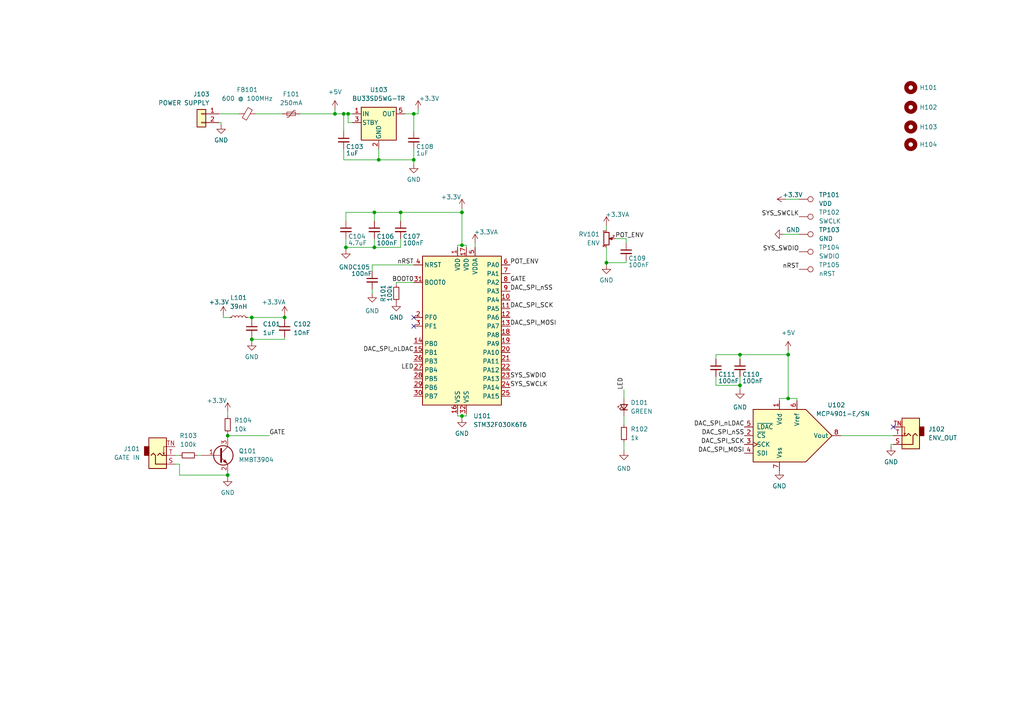
<source format=kicad_sch>
(kicad_sch (version 20211123) (generator eeschema)
  (paper "A4")
  (lib_symbols
    (symbol "Analog_DAC:MCP4901" (pin_names (offset 1.016))
      (property "Reference" "U" (at 6.35 10.795 0))
      (property "Value" "MCP4901" (at 6.35 8.89 0))
      (symbol "MCP4901_0_0"
        (polyline (pts (xy 15.24 0) (xy 7.62 7.62) (xy -7.62 7.62) (xy -7.62 -7.62) (xy 7.62 -7.62) (xy 15.24 0)) (stroke (width 0.254)) (fill (type background)))
      )
      (symbol "MCP4901_1_1"
        (pin power_in line (at 0 10.16 270) (length 2.54) (name "Vdd") (number "1"))
        (pin input line (at -10.16 0 0) (length 2.54) (name "~{CS}") (number "2"))
        (pin input clock (at -10.16 -2.54 0) (length 2.54) (name "SCK") (number "3"))
        (pin input line (at -10.16 -5.08 0) (length 2.54) (name "SDI") (number "4"))
        (pin input line (at -10.16 2.54 0) (length 2.54) (name "~{LDAC}") (number "5"))
        (pin power_in line (at 5.08 10.16 270) (length 2.54) (name "Vref") (number "6"))
        (pin power_in line (at 0 -10.16 90) (length 2.54) (name "Vss") (number "7"))
        (pin output line (at 17.78 0 180) (length 2.54) (name "Vout") (number "8"))
      )
    )
    (symbol "Connector:AudioJack2_SwitchT"
      (property "Reference" "J" (at 0 8.89 0))
      (property "Value" "AudioJack2_SwitchT" (at 0 6.35 0))
      (symbol "AudioJack2_SwitchT_0_1"
        (rectangle (start -2.54 0) (end -3.81 -2.54) (stroke (width 0.254)) (fill (type outline)))
        (polyline (pts (xy 1.778 -0.254) (xy 2.032 -0.762)))
        (polyline (pts (xy 0 0) (xy 0.635 -0.635) (xy 1.27 0) (xy 2.54 0)) (stroke (width 0.254)))
        (polyline (pts (xy 2.54 -2.54) (xy 1.778 -2.54) (xy 1.778 -0.254) (xy 1.524 -0.762)))
        (polyline (pts (xy 2.54 2.54) (xy -0.635 2.54) (xy -0.635 0) (xy -1.27 -0.635) (xy -1.905 0)) (stroke (width 0.254)))
        (rectangle (start 2.54 3.81) (end -2.54 -5.08) (stroke (width 0.254)) (fill (type background)))
      )
      (symbol "AudioJack2_SwitchT_1_1"
        (pin passive line (at 5.08 2.54 180) (length 2.54) (name "~") (number "S"))
        (pin passive line (at 5.08 0 180) (length 2.54) (name "~") (number "T"))
        (pin passive line (at 5.08 -2.54 180) (length 2.54) (name "~") (number "TN"))
      )
    )
    (symbol "Connector:TestPoint" (pin_numbers hide) (pin_names (offset 0.762) hide)
      (property "Reference" "TP" (at 0 6.858 0))
      (property "Value" "TestPoint" (at 0 5.08 0))
      (symbol "TestPoint_0_1"
        (circle (center 0 3.302) (radius 0.762))
      )
      (symbol "TestPoint_1_1"
        (pin passive line (at 0 0 90) (length 2.54) (name "1") (number "1"))
      )
    )
    (symbol "Connector_Generic:Conn_01x02" (pin_names (offset 1.016) hide)
      (property "Reference" "J" (at 0 2.54 0))
      (property "Value" "Conn_01x02" (at 0 -5.08 0))
      (symbol "Conn_01x02_1_1"
        (rectangle (start -1.27 -2.413) (end 0 -2.667) (stroke (width 0.1524)))
        (rectangle (start -1.27 0.127) (end 0 -0.127) (stroke (width 0.1524)))
        (rectangle (start -1.27 1.27) (end 1.27 -3.81) (stroke (width 0.254)) (fill (type background)))
        (pin passive line (at -5.08 0 0) (length 3.81) (name "Pin_1") (number "1"))
        (pin passive line (at -5.08 -2.54 0) (length 3.81) (name "Pin_2") (number "2"))
      )
    )
    (symbol "Device:C_Small" (pin_numbers hide) (pin_names (offset 0.254) hide)
      (property "Reference" "C" (at 0.254 1.778 0))
      (property "Value" "C_Small" (at 0.254 -2.032 0))
      (symbol "C_Small_0_1"
        (polyline (pts (xy -1.524 -0.508) (xy 1.524 -0.508)) (stroke (width 0.3302)))
        (polyline (pts (xy -1.524 0.508) (xy 1.524 0.508)) (stroke (width 0.3048)))
      )
      (symbol "C_Small_1_1"
        (pin passive line (at 0 2.54 270) (length 2.032) (name "~") (number "1"))
        (pin passive line (at 0 -2.54 90) (length 2.032) (name "~") (number "2"))
      )
    )
    (symbol "Device:FerriteBead_Small" (pin_numbers hide) (pin_names (offset 0))
      (property "Reference" "FB" (at 1.905 1.27 0))
      (property "Value" "FerriteBead_Small" (at 1.905 -1.27 0))
      (symbol "FerriteBead_Small_0_1"
        (polyline (pts (xy 0 -1.27) (xy 0 -0.7874)))
        (polyline (pts (xy 0 0.889) (xy 0 1.2954)))
        (polyline (pts (xy -1.8288 0.2794) (xy -1.1176 1.4986) (xy 1.8288 -0.2032) (xy 1.1176 -1.4224) (xy -1.8288 0.2794)))
      )
      (symbol "FerriteBead_Small_1_1"
        (pin passive line (at 0 2.54 270) (length 1.27) (name "~") (number "1"))
        (pin passive line (at 0 -2.54 90) (length 1.27) (name "~") (number "2"))
      )
    )
    (symbol "Device:LED_Small" (pin_numbers hide) (pin_names (offset 0.254) hide)
      (property "Reference" "D" (at -1.27 3.175 0))
      (property "Value" "LED_Small" (at -4.445 -2.54 0))
      (symbol "LED_Small_0_1"
        (polyline (pts (xy -0.762 -1.016) (xy -0.762 1.016)) (stroke (width 0.254)))
        (polyline (pts (xy 1.016 0) (xy -0.762 0)))
        (polyline (pts (xy 0.762 -1.016) (xy -0.762 0) (xy 0.762 1.016) (xy 0.762 -1.016)) (stroke (width 0.254)))
        (polyline (pts (xy 0 0.762) (xy -0.508 1.27) (xy -0.254 1.27) (xy -0.508 1.27) (xy -0.508 1.016)))
        (polyline (pts (xy 0.508 1.27) (xy 0 1.778) (xy 0.254 1.778) (xy 0 1.778) (xy 0 1.524)))
      )
      (symbol "LED_Small_1_1"
        (pin passive line (at -2.54 0 0) (length 1.778) (name "K") (number "1"))
        (pin passive line (at 2.54 0 180) (length 1.778) (name "A") (number "2"))
      )
    )
    (symbol "Device:L_Small" (pin_numbers hide) (pin_names (offset 0.254) hide)
      (property "Reference" "L" (at 0.762 1.016 0))
      (property "Value" "L_Small" (at 0.762 -1.016 0))
      (symbol "L_Small_0_1"
        (arc (start 0 -2.032) (mid 0.508 -1.524) (end 0 -1.016))
        (arc (start 0 -1.016) (mid 0.508 -0.508) (end 0 0))
        (arc (start 0 0) (mid 0.508 0.508) (end 0 1.016))
        (arc (start 0 1.016) (mid 0.508 1.524) (end 0 2.032))
      )
      (symbol "L_Small_1_1"
        (pin passive line (at 0 2.54 270) (length 0.508) (name "~") (number "1"))
        (pin passive line (at 0 -2.54 90) (length 0.508) (name "~") (number "2"))
      )
    )
    (symbol "Device:Polyfuse_Small" (pin_numbers hide) (pin_names (offset 0))
      (property "Reference" "F" (at -1.905 0 90))
      (property "Value" "Polyfuse_Small" (at 1.905 0 90))
      (symbol "Polyfuse_Small_0_1"
        (rectangle (start -0.508 1.27) (end 0.508 -1.27))
        (polyline (pts (xy 0 2.54) (xy 0 -2.54)))
        (polyline (pts (xy -1.016 1.27) (xy -1.016 0.762) (xy 1.016 -0.762) (xy 1.016 -1.27)))
      )
      (symbol "Polyfuse_Small_1_1"
        (pin passive line (at 0 2.54 270) (length 0.635) (name "~") (number "1"))
        (pin passive line (at 0 -2.54 90) (length 0.635) (name "~") (number "2"))
      )
    )
    (symbol "Device:R_Potentiometer_Small" (pin_names (offset 1.016) hide)
      (property "Reference" "RV" (at -4.445 0 90))
      (property "Value" "R_Potentiometer_Small" (at -2.54 0 90))
      (symbol "R_Potentiometer_Small_0_1"
        (polyline (pts (xy 0.889 0) (xy 0.635 0) (xy 1.651 0.381) (xy 1.651 -0.381) (xy 0.635 0) (xy 0.889 0)) (fill (type outline)))
        (rectangle (start 0.762 1.8034) (end -0.762 -1.8034) (stroke (width 0.254)))
      )
      (symbol "R_Potentiometer_Small_1_1"
        (pin passive line (at 0 2.54 270) (length 0.635) (name "1") (number "1"))
        (pin passive line (at 2.54 0 180) (length 0.9906) (name "2") (number "2"))
        (pin passive line (at 0 -2.54 90) (length 0.635) (name "3") (number "3"))
      )
    )
    (symbol "Device:R_Small" (pin_numbers hide) (pin_names (offset 0.254) hide)
      (property "Reference" "R" (at 0.762 0.508 0))
      (property "Value" "R_Small" (at 0.762 -1.016 0))
      (symbol "R_Small_0_1"
        (rectangle (start -0.762 1.778) (end 0.762 -1.778) (stroke (width 0.2032)))
      )
      (symbol "R_Small_1_1"
        (pin passive line (at 0 2.54 270) (length 0.762) (name "~") (number "1"))
        (pin passive line (at 0 -2.54 90) (length 0.762) (name "~") (number "2"))
      )
    )
    (symbol "MCU_ST_STM32F0:STM32F030K6Tx"
      (property "Reference" "U" (at -12.7 21.59 0))
      (property "Value" "STM32F030K6Tx" (at 5.08 21.59 0))
      (symbol "STM32F030K6Tx_0_1"
        (rectangle (start -12.7 -22.86) (end 10.16 20.32) (stroke (width 0.254)) (fill (type background)))
      )
      (symbol "STM32F030K6Tx_1_1"
        (pin power_in line (at -2.54 22.86 270) (length 2.54) (name "VDD") (number "1"))
        (pin bidirectional line (at 12.7 7.62 180) (length 2.54) (name "PA4") (number "10"))
        (pin bidirectional line (at 12.7 5.08 180) (length 2.54) (name "PA5") (number "11"))
        (pin bidirectional line (at 12.7 2.54 180) (length 2.54) (name "PA6") (number "12"))
        (pin bidirectional line (at 12.7 0 180) (length 2.54) (name "PA7") (number "13"))
        (pin bidirectional line (at -15.24 -5.08 0) (length 2.54) (name "PB0") (number "14"))
        (pin bidirectional line (at -15.24 -7.62 0) (length 2.54) (name "PB1") (number "15"))
        (pin power_in line (at -2.54 -25.4 90) (length 2.54) (name "VSS") (number "16"))
        (pin power_in line (at 0 22.86 270) (length 2.54) (name "VDD") (number "17"))
        (pin bidirectional line (at 12.7 -2.54 180) (length 2.54) (name "PA8") (number "18"))
        (pin bidirectional line (at 12.7 -5.08 180) (length 2.54) (name "PA9") (number "19"))
        (pin input line (at -15.24 2.54 0) (length 2.54) (name "PF0") (number "2"))
        (pin bidirectional line (at 12.7 -7.62 180) (length 2.54) (name "PA10") (number "20"))
        (pin bidirectional line (at 12.7 -10.16 180) (length 2.54) (name "PA11") (number "21"))
        (pin bidirectional line (at 12.7 -12.7 180) (length 2.54) (name "PA12") (number "22"))
        (pin bidirectional line (at 12.7 -15.24 180) (length 2.54) (name "PA13") (number "23"))
        (pin bidirectional line (at 12.7 -17.78 180) (length 2.54) (name "PA14") (number "24"))
        (pin bidirectional line (at 12.7 -20.32 180) (length 2.54) (name "PA15") (number "25"))
        (pin bidirectional line (at -15.24 -10.16 0) (length 2.54) (name "PB3") (number "26"))
        (pin bidirectional line (at -15.24 -12.7 0) (length 2.54) (name "PB4") (number "27"))
        (pin bidirectional line (at -15.24 -15.24 0) (length 2.54) (name "PB5") (number "28"))
        (pin bidirectional line (at -15.24 -17.78 0) (length 2.54) (name "PB6") (number "29"))
        (pin input line (at -15.24 0 0) (length 2.54) (name "PF1") (number "3"))
        (pin bidirectional line (at -15.24 -20.32 0) (length 2.54) (name "PB7") (number "30"))
        (pin input line (at -15.24 12.7 0) (length 2.54) (name "BOOT0") (number "31"))
        (pin power_in line (at 0 -25.4 90) (length 2.54) (name "VSS") (number "32"))
        (pin input line (at -15.24 17.78 0) (length 2.54) (name "NRST") (number "4"))
        (pin power_in line (at 2.54 22.86 270) (length 2.54) (name "VDDA") (number "5"))
        (pin bidirectional line (at 12.7 17.78 180) (length 2.54) (name "PA0") (number "6"))
        (pin bidirectional line (at 12.7 15.24 180) (length 2.54) (name "PA1") (number "7"))
        (pin bidirectional line (at 12.7 12.7 180) (length 2.54) (name "PA2") (number "8"))
        (pin bidirectional line (at 12.7 10.16 180) (length 2.54) (name "PA3") (number "9"))
      )
    )
    (symbol "Mechanical:MountingHole" (pin_names (offset 1.016))
      (property "Reference" "H" (at 0 5.08 0))
      (property "Value" "MountingHole" (at 0 3.175 0))
      (symbol "MountingHole_0_1"
        (circle (center 0 0) (radius 1.27) (stroke (width 1.27)))
      )
    )
    (symbol "Transistor_BJT:MMBT3904" (pin_names (offset 0) hide)
      (property "Reference" "Q" (at 5.08 1.905 0))
      (property "Value" "MMBT3904" (at 5.08 0 0))
      (symbol "MMBT3904_0_1"
        (polyline (pts (xy 0.635 0.635) (xy 2.54 2.54)))
        (polyline (pts (xy 0.635 -0.635) (xy 2.54 -2.54) (xy 2.54 -2.54)))
        (polyline (pts (xy 0.635 1.905) (xy 0.635 -1.905) (xy 0.635 -1.905)) (stroke (width 0.508)))
        (polyline (pts (xy 1.27 -1.778) (xy 1.778 -1.27) (xy 2.286 -2.286) (xy 1.27 -1.778) (xy 1.27 -1.778)) (fill (type outline)))
        (circle (center 1.27 0) (radius 2.8194) (stroke (width 0.254)))
      )
      (symbol "MMBT3904_1_1"
        (pin input line (at -5.08 0 0) (length 5.715) (name "B") (number "1"))
        (pin passive line (at 2.54 -5.08 90) (length 2.54) (name "E") (number "2"))
        (pin passive line (at 2.54 5.08 270) (length 2.54) (name "C") (number "3"))
      )
    )
    (symbol "WITNS_ROHM:BU33SD5WG-TR" (pin_names (offset 0.254))
      (property "Reference" "U?" (at 0 10.16 0))
      (property "Value" "BU33SD5WG-TR" (at 0 7.62 0))
      (symbol "BU33SD5WG-TR_0_1"
        (rectangle (start -5.08 4.445) (end 5.08 -5.08) (stroke (width 0.254)) (fill (type background)))
      )
      (symbol "BU33SD5WG-TR_1_1"
        (pin power_in line (at -7.62 2.54 0) (length 2.54) (name "IN") (number "1"))
        (pin power_in line (at 0 -7.62 90) (length 2.54) (name "GND") (number "2"))
        (pin input line (at -7.62 0 0) (length 2.54) (name "STBY") (number "3"))
        (pin no_connect line (at 5.08 0 180) (length 2.54) hide (name "NC") (number "4"))
        (pin power_out line (at 7.62 2.54 180) (length 2.54) (name "OUT") (number "5"))
      )
    )
    (symbol "power:+3.3V" (power) (pin_names (offset 0))
      (property "Value" "+3.3V" (at 0 3.556 0))
      (symbol "+3.3V_0_1"
        (polyline (pts (xy -0.762 1.27) (xy 0 2.54)))
        (polyline (pts (xy 0 0) (xy 0 2.54)))
        (polyline (pts (xy 0 2.54) (xy 0.762 1.27)))
      )
      (symbol "+3.3V_1_1"
        (pin power_in line (at 0 0 90) (length 0) hide (name "+3.3V") (number "1"))
      )
    )
    (symbol "power:+3.3VA" (power) (pin_names (offset 0))
      (property "Value" "+3.3VA" (at 0 3.556 0))
      (symbol "+3.3VA_0_1"
        (polyline (pts (xy -0.762 1.27) (xy 0 2.54)))
        (polyline (pts (xy 0 0) (xy 0 2.54)))
        (polyline (pts (xy 0 2.54) (xy 0.762 1.27)))
      )
      (symbol "+3.3VA_1_1"
        (pin power_in line (at 0 0 90) (length 0) hide (name "+3.3VA") (number "1"))
      )
    )
    (symbol "power:+5V" (power) (pin_names (offset 0))
      (property "Value" "+5V" (at 0 3.556 0))
      (symbol "+5V_0_1"
        (polyline (pts (xy -0.762 1.27) (xy 0 2.54)))
        (polyline (pts (xy 0 0) (xy 0 2.54)))
        (polyline (pts (xy 0 2.54) (xy 0.762 1.27)))
      )
      (symbol "+5V_1_1"
        (pin power_in line (at 0 0 90) (length 0) hide (name "+5V") (number "1"))
      )
    )
    (symbol "power:GND" (power) (pin_names (offset 0))
      (property "Value" "GND" (at 0 -3.81 0))
      (symbol "GND_0_1"
        (polyline (pts (xy 0 0) (xy 0 -1.27) (xy 1.27 -1.27) (xy 0 -2.54) (xy -1.27 -1.27) (xy 0 -1.27)))
      )
      (symbol "GND_1_1"
        (pin power_in line (at 0 0 270) (length 0) hide (name "GND") (number "1"))
      )
    )
  )
  (junction (at 73.025 92.075))
  (junction (at 133.985 61.595))
  (junction (at 108.585 61.595))
  (junction (at 133.985 120.65))
  (junction (at 99.695 33.02))
  (junction (at 120.015 46.355))
  (junction (at 214.63 111.76))
  (junction (at 97.155 33.02))
  (junction (at 116.205 61.595))
  (junction (at 100.965 33.02))
  (junction (at 108.585 71.755))
  (junction (at 120.015 33.02))
  (junction (at 175.895 76.2))
  (junction (at 66.04 126.365))
  (junction (at 228.6 102.87))
  (junction (at 73.025 98.425))
  (junction (at 109.855 46.355))
  (junction (at 214.63 102.87))
  (junction (at 66.04 137.795))
  (junction (at 228.6 115.57))
  (junction (at 100.33 71.755))
  (junction (at 133.985 71.12))
  (junction (at 82.55 92.075))
  (no_connect (at 259.08 123.825))
  (no_connect (at 120.015 94.615))
  (no_connect (at 120.015 92.075))
  (wire (pts (xy 181.61 69.215) (xy 181.61 70.485)))
  (wire (pts (xy 73.025 92.075) (xy 82.55 92.075)))
  (wire (pts (xy 107.95 76.835) (xy 120.015 76.835)))
  (wire (pts (xy 108.585 61.595) (xy 116.205 61.595)))
  (wire (pts (xy 99.695 46.355) (xy 109.855 46.355)))
  (wire (pts (xy 120.015 33.02) (xy 120.015 38.1)))
  (wire (pts (xy 71.755 92.075) (xy 73.025 92.075)))
  (wire (pts (xy 135.255 71.12) (xy 135.255 71.755)))
  (wire (pts (xy 120.015 43.18) (xy 120.015 46.355)))
  (wire (pts (xy 180.975 113.03) (xy 180.975 115.57)))
  (wire (pts (xy 178.435 69.215) (xy 181.61 69.215)))
  (wire (pts (xy 228.6 102.87) (xy 228.6 101.6)))
  (wire (pts (xy 100.33 69.215) (xy 100.33 71.755)))
  (wire (pts (xy 180.975 128.27) (xy 180.975 130.81)))
  (wire (pts (xy 114.935 81.915) (xy 114.935 82.55)))
  (wire (pts (xy 66.04 126.365) (xy 66.04 127)))
  (wire (pts (xy 66.04 137.795) (xy 52.07 137.795)))
  (wire (pts (xy 116.205 71.755) (xy 116.205 69.215)))
  (wire (pts (xy 228.6 102.87) (xy 228.6 115.57)))
  (wire (pts (xy 82.55 98.425) (xy 82.55 97.79)))
  (wire (pts (xy 99.695 43.18) (xy 99.695 46.355)))
  (wire (pts (xy 133.985 120.65) (xy 133.985 121.285)))
  (wire (pts (xy 52.07 137.795) (xy 52.07 134.62)))
  (wire (pts (xy 214.63 109.22) (xy 214.63 111.76)))
  (wire (pts (xy 50.8 132.08) (xy 52.07 132.08)))
  (wire (pts (xy 100.965 35.56) (xy 100.965 33.02)))
  (wire (pts (xy 66.04 126.365) (xy 78.105 126.365)))
  (wire (pts (xy 73.025 98.425) (xy 73.025 99.06)))
  (wire (pts (xy 107.95 83.82) (xy 107.95 85.09)))
  (wire (pts (xy 133.985 60.325) (xy 133.985 61.595)))
  (wire (pts (xy 227.33 67.945) (xy 231.775 67.945)))
  (wire (pts (xy 108.585 69.215) (xy 108.585 71.755)))
  (wire (pts (xy 100.33 71.755) (xy 100.33 72.39)))
  (wire (pts (xy 133.985 71.12) (xy 135.255 71.12)))
  (wire (pts (xy 116.205 61.595) (xy 133.985 61.595)))
  (wire (pts (xy 180.975 120.65) (xy 180.975 123.19)))
  (wire (pts (xy 74.295 33.02) (xy 81.915 33.02)))
  (wire (pts (xy 137.795 70.485) (xy 137.795 71.755)))
  (wire (pts (xy 226.06 116.205) (xy 226.06 115.57)))
  (wire (pts (xy 97.155 31.75) (xy 97.155 33.02)))
  (wire (pts (xy 214.63 102.87) (xy 228.6 102.87)))
  (wire (pts (xy 52.07 134.62) (xy 50.8 134.62)))
  (wire (pts (xy 133.985 120.65) (xy 135.255 120.65)))
  (wire (pts (xy 228.6 115.57) (xy 231.14 115.57)))
  (wire (pts (xy 214.63 104.14) (xy 214.63 102.87)))
  (wire (pts (xy 117.475 33.02) (xy 120.015 33.02)))
  (wire (pts (xy 63.5 33.02) (xy 69.215 33.02)))
  (wire (pts (xy 175.895 71.755) (xy 175.895 76.2)))
  (wire (pts (xy 133.985 61.595) (xy 133.985 71.12)))
  (wire (pts (xy 100.965 33.02) (xy 102.235 33.02)))
  (wire (pts (xy 64.77 92.075) (xy 66.675 92.075)))
  (wire (pts (xy 66.04 119.38) (xy 66.04 120.65)))
  (wire (pts (xy 132.715 120.65) (xy 133.985 120.65)))
  (wire (pts (xy 231.14 115.57) (xy 231.14 116.205)))
  (wire (pts (xy 226.06 115.57) (xy 228.6 115.57)))
  (wire (pts (xy 64.135 36.195) (xy 64.135 35.56)))
  (wire (pts (xy 109.855 43.18) (xy 109.855 46.355)))
  (wire (pts (xy 243.84 126.365) (xy 259.08 126.365)))
  (wire (pts (xy 175.895 65.405) (xy 175.895 66.675)))
  (wire (pts (xy 99.695 33.02) (xy 100.965 33.02)))
  (wire (pts (xy 214.63 111.76) (xy 214.63 113.03)))
  (wire (pts (xy 109.855 46.355) (xy 120.015 46.355)))
  (wire (pts (xy 100.33 61.595) (xy 108.585 61.595)))
  (wire (pts (xy 82.55 91.44) (xy 82.55 92.075)))
  (wire (pts (xy 82.55 92.075) (xy 82.55 92.71)))
  (wire (pts (xy 64.77 91.44) (xy 64.77 92.075)))
  (wire (pts (xy 100.33 71.755) (xy 108.585 71.755)))
  (wire (pts (xy 102.235 35.56) (xy 100.965 35.56)))
  (wire (pts (xy 258.445 129.54) (xy 258.445 128.905)))
  (wire (pts (xy 207.645 111.76) (xy 207.645 109.22)))
  (wire (pts (xy 181.61 75.565) (xy 181.61 76.2)))
  (wire (pts (xy 86.995 33.02) (xy 97.155 33.02)))
  (wire (pts (xy 207.645 104.14) (xy 207.645 102.87)))
  (wire (pts (xy 121.285 33.02) (xy 121.285 31.75)))
  (wire (pts (xy 132.715 71.12) (xy 133.985 71.12)))
  (wire (pts (xy 227.965 57.785) (xy 231.775 57.785)))
  (wire (pts (xy 107.95 76.835) (xy 107.95 78.74)))
  (wire (pts (xy 73.025 98.425) (xy 82.55 98.425)))
  (wire (pts (xy 108.585 71.755) (xy 116.205 71.755)))
  (wire (pts (xy 175.895 76.2) (xy 175.895 76.835)))
  (wire (pts (xy 120.015 81.915) (xy 114.935 81.915)))
  (wire (pts (xy 97.155 33.02) (xy 99.695 33.02)))
  (wire (pts (xy 207.645 102.87) (xy 214.63 102.87)))
  (wire (pts (xy 66.04 125.73) (xy 66.04 126.365)))
  (wire (pts (xy 66.04 137.795) (xy 66.04 138.43)))
  (wire (pts (xy 116.205 61.595) (xy 116.205 64.135)))
  (wire (pts (xy 120.015 46.355) (xy 120.015 47.625)))
  (wire (pts (xy 108.585 61.595) (xy 108.585 64.135)))
  (wire (pts (xy 100.33 64.135) (xy 100.33 61.595)))
  (wire (pts (xy 214.63 111.76) (xy 207.645 111.76)))
  (wire (pts (xy 73.025 92.075) (xy 73.025 92.71)))
  (wire (pts (xy 135.255 120.65) (xy 135.255 120.015)))
  (wire (pts (xy 132.715 71.755) (xy 132.715 71.12)))
  (wire (pts (xy 66.04 137.16) (xy 66.04 137.795)))
  (wire (pts (xy 175.895 76.2) (xy 181.61 76.2)))
  (wire (pts (xy 73.025 97.79) (xy 73.025 98.425)))
  (wire (pts (xy 132.715 120.015) (xy 132.715 120.65)))
  (wire (pts (xy 120.015 33.02) (xy 121.285 33.02)))
  (wire (pts (xy 258.445 128.905) (xy 259.08 128.905)))
  (wire (pts (xy 57.15 132.08) (xy 58.42 132.08)))
  (wire (pts (xy 64.135 35.56) (xy 63.5 35.56)))
  (wire (pts (xy 99.695 33.02) (xy 99.695 38.1)))
  (label "DAC_SPI_MOSI" (at 215.9 131.445 180))
  (label "SYS_SWCLK" (at 147.955 112.395 0))
  (label "GATE" (at 147.955 81.915 0))
  (label "DAC_SPI_nSS" (at 147.955 84.455 0))
  (label "POT_ENV" (at 178.435 69.215 0))
  (label "DAC_SPI_nLDAC" (at 120.015 102.235 180))
  (label "GATE" (at 78.105 126.365 0))
  (label "SYS_SWDIO" (at 231.775 73.025 180))
  (label "nRST" (at 120.015 76.835 180))
  (label "DAC_SPI_nLDAC" (at 215.9 123.825 180))
  (label "POT_ENV" (at 147.955 76.835 0))
  (label "SYS_SWDIO" (at 147.955 109.855 0))
  (label "DAC_SPI_nSS" (at 215.9 126.365 180))
  (label "DAC_SPI_MOSI" (at 147.955 94.615 0))
  (label "DAC_SPI_SCK" (at 147.955 89.535 0))
  (label "DAC_SPI_SCK" (at 215.9 128.905 180))
  (label "BOOT0" (at 120.015 81.915 180))
  (label "LED" (at 120.015 107.315 180))
  (label "nRST" (at 231.775 78.105 180))
  (label "LED" (at 180.975 113.03 90))
  (label "SYS_SWCLK" (at 231.775 62.865 180))
  (symbol (lib_id "Device:C_Small") (at 108.585 66.675 0) (mirror y) (unit 1)
    (property "Reference" "C106" (at 109.22 68.58 0) (effects (justify right)))
    (property "Value" "100nF" (at 109.22 70.485 0) (effects (justify right)))
    (property "Footprint" "Capacitor_SMD:C_0603_1608Metric" (effects hide))
  )
  (symbol (lib_id "Device:C_Small") (at 116.205 66.675 0) (mirror y) (unit 1)
    (property "Reference" "C107" (at 116.84 68.58 0) (effects (justify right)))
    (property "Value" "100nF" (at 116.84 70.485 0) (effects (justify right)))
    (property "Footprint" "Capacitor_SMD:C_0603_1608Metric" (effects hide))
  )
  (symbol (lib_id "power:GND") (at 114.935 87.63 0) (unit 1)
    (property "Reference" "#PWR0111" (effects hide))
    (property "Value" "GND" (at 114.935 92.075 0))
  )
  (symbol (lib_id "WITNS_ROHM:BU33SD5WG-TR") (at 109.855 35.56 0) (unit 1)
    (property "Reference" "U103" (at 109.855 26.035 0))
    (property "Value" "BU33SD5WG-TR" (at 109.855 28.575 0))
    (property "Footprint" "Package_TO_SOT_SMD:SOT-23-5" (effects hide))
    (property "Datasheet" "https://fscdn.rohm.com/en/products/databook/datasheet/ic/power/linear_regulator/buxxsd5wg-e.pdf" (effects hide))
  )
  (symbol (lib_id "Device:C_Small") (at 120.015 40.64 0) (unit 1)
    (property "Reference" "C108" (at 120.65 42.545 0) (effects (justify left)))
    (property "Value" "1uF" (at 120.65 44.45 0) (effects (justify left)))
    (property "Footprint" "Capacitor_SMD:C_0603_1608Metric" (effects hide))
  )
  (symbol (lib_id "power:GND") (at 175.895 76.835 0) (unit 1)
    (property "Reference" "#PWR0109" (effects hide))
    (property "Value" "GND" (at 175.895 81.28 0))
  )
  (symbol (lib_id "Mechanical:MountingHole") (at 264.16 41.91 0) (unit 1)
    (property "Reference" "H104" (at 266.7 41.9099 0) (effects (justify left)))
    (property "Value" "MountingHole" (effects hide))
    (property "Footprint" "MountingHole:MountingHole_3.2mm_M3" (effects hide))
  )
  (symbol (lib_id "power:GND") (at 64.135 36.195 0) (unit 1)
    (property "Reference" "#PWR0105" (effects hide))
    (property "Value" "GND" (at 64.135 40.64 0))
  )
  (symbol (lib_id "power:+5V") (at 228.6 101.6 0) (unit 1)
    (property "Reference" "#PWR0116" (effects hide))
    (property "Value" "+5V" (at 228.6 96.52 0))
  )
  (symbol (lib_id "power:+3.3V") (at 227.965 57.785 90) (unit 1)
    (property "Reference" "#PWR0119" (effects hide))
    (property "Value" "+3.3V" (at 229.87 56.515 90))
  )
  (symbol (lib_id "power:GND") (at 180.975 130.81 0) (unit 1)
    (property "Reference" "#PWR0121" (effects hide))
    (property "Value" "GND" (at 180.975 135.89 0))
  )
  (symbol (lib_id "Mechanical:MountingHole") (at 264.16 25.4 0) (unit 1)
    (property "Reference" "H101" (at 266.7 25.3999 0) (effects (justify left)))
    (property "Value" "MountingHole" (effects hide))
    (property "Footprint" "MountingHole:MountingHole_3.2mm_M3" (effects hide))
  )
  (symbol (lib_id "MCU_ST_STM32F0:STM32F030K6Tx") (at 135.255 94.615 0) (unit 1)
    (property "Reference" "U101" (at 137.2744 120.65 0) (effects (justify left)))
    (property "Value" "STM32F030K6T6" (at 137.2744 123.19 0) (effects (justify left)))
    (property "Footprint" "Package_QFP:LQFP-32_7x7mm_P0.8mm" (effects hide))
    (property "Datasheet" "http://www.st.com/st-web-ui/static/active/en/resource/technical/document/datasheet/DM00088500.pdf" (effects hide))
  )
  (symbol (lib_id "Device:R_Potentiometer_Small") (at 175.895 69.215 0) (unit 1)
    (property "Reference" "RV101" (at 173.99 67.9449 0) (effects (justify right)))
    (property "Value" "ENV" (at 173.99 70.4849 0) (effects (justify right)))
    (property "Footprint" "Potentiometer_THT:Potentiometer_Alpha_RD901F-40-00D_Single_Vertical" (effects hide))
  )
  (symbol (lib_id "power:+3.3VA") (at 82.55 91.44 0) (unit 1)
    (property "Reference" "#PWR0115" (effects hide))
    (property "Value" "+3.3VA" (at 79.375 87.63 0))
  )
  (symbol (lib_id "Transistor_BJT:MMBT3904") (at 63.5 132.08 0) (unit 1)
    (property "Reference" "Q101" (at 69.215 130.8099 0) (effects (justify left)))
    (property "Value" "MMBT3904" (at 69.215 133.3499 0) (effects (justify left)))
    (property "Footprint" "Package_TO_SOT_SMD:SOT-23" (effects hide))
    (property "Datasheet" "https://www.onsemi.com/pub/Collateral/2N3903-D.PDF" (effects hide))
  )
  (symbol (lib_id "Analog_DAC:MCP4901") (at 226.06 126.365 0) (unit 1)
    (property "Reference" "U102" (at 242.57 117.475 0))
    (property "Value" "MCP4901-E/SN" (at 244.475 120.015 0))
    (property "Footprint" "Package_SO:SOIC-8_3.9x4.9mm_P1.27mm" (effects hide))
    (property "Datasheet" "http://ww1.microchip.com/downloads/en/DeviceDoc/22248a.pdf" (effects hide))
  )
  (symbol (lib_id "Device:C_Small") (at 207.645 106.68 0) (mirror y) (unit 1)
    (property "Reference" "C111" (at 208.28 108.585 0) (effects (justify right)))
    (property "Value" "100nF" (at 208.28 110.49 0) (effects (justify right)))
    (property "Footprint" "Capacitor_SMD:C_0603_1608Metric" (effects hide))
  )
  (symbol (lib_id "power:GND") (at 258.445 129.54 0) (unit 1)
    (property "Reference" "#PWR0117" (effects hide))
    (property "Value" "GND" (at 258.445 133.985 0))
  )
  (symbol (lib_id "Device:C_Small") (at 99.695 40.64 0) (unit 1)
    (property "Reference" "C103" (at 100.33 42.545 0) (effects (justify left)))
    (property "Value" "1uF" (at 100.33 44.45 0) (effects (justify left)))
    (property "Footprint" "Capacitor_SMD:C_0603_1608Metric" (effects hide))
  )
  (symbol (lib_id "Device:C_Small") (at 82.55 95.25 0) (mirror y) (unit 1)
    (property "Reference" "C102" (at 85.09 93.9862 0) (effects (justify right)))
    (property "Value" "10nF" (at 85.09 96.5262 0) (effects (justify right)))
    (property "Footprint" "Capacitor_SMD:C_0603_1608Metric" (effects hide))
  )
  (symbol (lib_id "Device:L_Small") (at 69.215 92.075 90) (unit 1)
    (property "Reference" "L101" (at 69.215 86.36 90))
    (property "Value" "39nH" (at 69.215 88.9 90))
    (property "Footprint" "Inductor_SMD:L_0603_1608Metric" (effects hide))
  )
  (symbol (lib_id "Device:C_Small") (at 214.63 106.68 0) (mirror y) (unit 1)
    (property "Reference" "C110" (at 215.265 108.585 0) (effects (justify right)))
    (property "Value" "100nF" (at 215.265 110.49 0) (effects (justify right)))
    (property "Footprint" "Capacitor_SMD:C_0603_1608Metric" (effects hide))
  )
  (symbol (lib_id "power:GND") (at 100.33 72.39 0) (unit 1)
    (property "Reference" "#PWR0120" (effects hide))
    (property "Value" "GND" (at 100.33 77.47 0))
  )
  (symbol (lib_id "Connector:TestPoint") (at 231.775 73.025 270) (mirror x) (unit 1)
    (property "Reference" "TP104" (at 237.49 71.7549 90) (effects (justify left)))
    (property "Value" "SWDIO" (at 237.49 74.2949 90) (effects (justify left)))
    (property "Footprint" "TestPoint:TestPoint_Pad_D1.5mm" (effects hide))
  )
  (symbol (lib_id "Device:R_Small") (at 114.935 85.09 0) (unit 1)
    (property "Reference" "R101" (at 111.125 85.09 90))
    (property "Value" "100k" (at 113.03 85.09 90))
    (property "Footprint" "Resistor_SMD:R_0603_1608Metric" (effects hide))
  )
  (symbol (lib_id "Device:Polyfuse_Small") (at 84.455 33.02 90) (unit 1)
    (property "Reference" "F101" (at 84.455 27.305 90))
    (property "Value" "250mA" (at 84.455 29.845 90))
    (property "Footprint" "Fuse:Fuse_1206_3216Metric" (effects hide))
    (property "Farnell" "2834880" (effects hide))
  )
  (symbol (lib_id "power:+3.3V") (at 121.285 31.75 0) (mirror y) (unit 1)
    (property "Reference" "#PWR0108" (effects hide))
    (property "Value" "+3.3V" (at 124.46 28.575 0))
  )
  (symbol (lib_id "Connector:TestPoint") (at 231.775 78.105 270) (mirror x) (unit 1)
    (property "Reference" "TP105" (at 237.49 76.8349 90) (effects (justify left)))
    (property "Value" "nRST" (at 237.49 79.3749 90) (effects (justify left)))
    (property "Footprint" "TestPoint:TestPoint_Pad_D1.5mm" (effects hide))
  )
  (symbol (lib_id "power:GND") (at 226.06 136.525 0) (unit 1)
    (property "Reference" "#PWR0104" (effects hide))
    (property "Value" "GND" (at 226.06 140.97 0))
  )
  (symbol (lib_id "power:+3.3V") (at 133.985 60.325 0) (unit 1)
    (property "Reference" "#PWR0102" (effects hide))
    (property "Value" "+3.3V" (at 130.81 57.15 0))
  )
  (symbol (lib_id "Connector:TestPoint") (at 231.775 62.865 270) (mirror x) (unit 1)
    (property "Reference" "TP102" (at 237.49 61.5949 90) (effects (justify left)))
    (property "Value" "SWCLK" (at 237.49 64.1349 90) (effects (justify left)))
    (property "Footprint" "TestPoint:TestPoint_Pad_D1.5mm" (effects hide))
  )
  (symbol (lib_id "power:GND") (at 214.63 113.03 0) (unit 1)
    (property "Reference" "#PWR0122" (effects hide))
    (property "Value" "GND" (at 214.63 118.11 0))
  )
  (symbol (lib_id "Device:R_Small") (at 54.61 132.08 90) (mirror x) (unit 1)
    (property "Reference" "R103" (at 54.61 126.365 90))
    (property "Value" "100k" (at 54.61 128.905 90))
    (property "Footprint" "Resistor_SMD:R_0603_1608Metric" (effects hide))
  )
  (symbol (lib_id "Connector:TestPoint") (at 231.775 67.945 270) (mirror x) (unit 1)
    (property "Reference" "TP103" (at 237.49 66.6749 90) (effects (justify left)))
    (property "Value" "GND" (at 237.49 69.2149 90) (effects (justify left)))
    (property "Footprint" "TestPoint:TestPoint_Pad_D1.5mm" (effects hide))
  )
  (symbol (lib_id "power:GND") (at 66.04 138.43 0) (unit 1)
    (property "Reference" "#PWR0124" (effects hide))
    (property "Value" "GND" (at 66.04 142.875 0))
  )
  (symbol (lib_id "power:GND") (at 120.015 47.625 0) (unit 1)
    (property "Reference" "#PWR0107" (effects hide))
    (property "Value" "GND" (at 120.015 52.07 0))
  )
  (symbol (lib_id "Mechanical:MountingHole") (at 264.16 36.83 0) (unit 1)
    (property "Reference" "H103" (at 266.7 36.8299 0) (effects (justify left)))
    (property "Value" "MountingHole" (effects hide))
    (property "Footprint" "MountingHole:MountingHole_3.2mm_M3" (effects hide))
  )
  (symbol (lib_id "power:+3.3V") (at 64.77 91.44 0) (mirror y) (unit 1)
    (property "Reference" "#PWR0114" (effects hide))
    (property "Value" "+3.3V" (at 63.5 87.63 0))
  )
  (symbol (lib_id "power:+3.3V") (at 66.04 119.38 0) (unit 1)
    (property "Reference" "#PWR0123" (effects hide))
    (property "Value" "+3.3V" (at 62.865 116.205 0))
  )
  (symbol (lib_id "Device:C_Small") (at 181.61 73.025 0) (mirror y) (unit 1)
    (property "Reference" "C109" (at 182.245 74.93 0) (effects (justify right)))
    (property "Value" "100nF" (at 182.245 76.835 0) (effects (justify right)))
    (property "Footprint" "Capacitor_SMD:C_0603_1608Metric" (effects hide))
  )
  (symbol (lib_id "power:GND") (at 73.025 99.06 0) (unit 1)
    (property "Reference" "#PWR0113" (effects hide))
    (property "Value" "GND" (at 73.025 103.505 0))
  )
  (symbol (lib_id "Connector_Generic:Conn_01x02") (at 58.42 33.02 0) (mirror y) (unit 1)
    (property "Reference" "J103" (at 58.42 27.305 0))
    (property "Value" "POWER SUPPLY" (at 53.34 29.845 0))
    (property "Footprint" "Connector_JST:JST_XH_B2B-XH-A_1x02_P2.50mm_Vertical" (effects hide))
  )
  (symbol (lib_id "Connector:AudioJack2_SwitchT") (at 264.16 126.365 180) (unit 1)
    (property "Reference" "J102" (at 269.24 124.4599 0) (effects (justify right)))
    (property "Value" "ENV_OUT" (at 269.24 126.9999 0) (effects (justify right)))
    (property "Footprint" "Connector_Audio:Jack_3.5mm_QingPu_WQP-PJ398SM_Vertical_CircularHoles" (effects hide))
  )
  (symbol (lib_id "Device:R_Small") (at 66.04 123.19 0) (unit 1)
    (property "Reference" "R104" (at 67.945 121.9199 0) (effects (justify left)))
    (property "Value" "10k" (at 67.945 124.4599 0) (effects (justify left)))
    (property "Footprint" "Resistor_SMD:R_0603_1608Metric" (effects hide))
  )
  (symbol (lib_id "power:GND") (at 227.33 67.945 270) (mirror x) (unit 1)
    (property "Reference" "#PWR0118" (effects hide))
    (property "Value" "GND" (at 227.965 66.675 90) (effects (justify left)))
  )
  (symbol (lib_id "power:+3.3VA") (at 175.895 65.405 0) (unit 1)
    (property "Reference" "#PWR0110" (effects hide))
    (property "Value" "+3.3VA" (at 179.07 62.23 0))
  )
  (symbol (lib_id "Mechanical:MountingHole") (at 264.16 31.115 0) (unit 1)
    (property "Reference" "H102" (at 266.7 31.1149 0) (effects (justify left)))
    (property "Value" "MountingHole" (effects hide))
    (property "Footprint" "MountingHole:MountingHole_3.2mm_M3" (effects hide))
  )
  (symbol (lib_id "power:GND") (at 133.985 121.285 0) (unit 1)
    (property "Reference" "#PWR0101" (effects hide))
    (property "Value" "GND" (at 133.985 125.73 0))
  )
  (symbol (lib_id "Connector:AudioJack2_SwitchT") (at 45.72 132.08 0) (mirror x) (unit 1)
    (property "Reference" "J101" (at 40.64 130.1749 0) (effects (justify right)))
    (property "Value" "GATE IN" (at 40.64 132.7149 0) (effects (justify right)))
    (property "Footprint" "Connector_Audio:Jack_3.5mm_QingPu_WQP-PJ398SM_Vertical_CircularHoles" (effects hide))
  )
  (symbol (lib_id "Device:R_Small") (at 180.975 125.73 0) (unit 1)
    (property "Reference" "R102" (at 182.88 124.4599 0) (effects (justify left)))
    (property "Value" "1k" (at 182.88 126.9999 0) (effects (justify left)))
    (property "Footprint" "Resistor_SMD:R_0603_1608Metric" (effects hide))
  )
  (symbol (lib_id "Device:C_Small") (at 73.025 95.25 0) (mirror y) (unit 1)
    (property "Reference" "C101" (at 76.2 93.9862 0) (effects (justify right)))
    (property "Value" "1uF" (at 76.2 96.5262 0) (effects (justify right)))
    (property "Footprint" "Capacitor_SMD:C_0603_1608Metric" (effects hide))
  )
  (symbol (lib_id "Device:LED_Small") (at 180.975 118.11 90) (unit 1)
    (property "Reference" "D101" (at 182.88 116.7764 90) (effects (justify right)))
    (property "Value" "GREEN" (at 182.88 119.3164 90) (effects (justify right)))
    (property "Footprint" "LED_SMD:LED_0603_1608Metric" (effects hide))
  )
  (symbol (lib_id "Connector:TestPoint") (at 231.775 57.785 270) (mirror x) (unit 1)
    (property "Reference" "TP101" (at 237.49 56.5149 90) (effects (justify left)))
    (property "Value" "VDD" (at 237.49 59.0549 90) (effects (justify left)))
    (property "Footprint" "TestPoint:TestPoint_Pad_D1.5mm" (effects hide))
  )
  (symbol (lib_id "power:+3.3VA") (at 137.795 70.485 0) (unit 1)
    (property "Reference" "#PWR0103" (effects hide))
    (property "Value" "+3.3VA" (at 140.97 67.31 0))
  )
  (symbol (lib_id "power:+5V") (at 97.155 31.75 0) (unit 1)
    (property "Reference" "#PWR0106" (effects hide))
    (property "Value" "+5V" (at 97.155 26.67 0))
  )
  (symbol (lib_id "power:GND") (at 107.95 85.09 0) (unit 1)
    (property "Reference" "#PWR0112" (effects hide))
    (property "Value" "GND" (at 107.95 90.17 0))
  )
  (symbol (lib_id "Device:C_Small") (at 107.95 81.28 0) (unit 1)
    (property "Reference" "C105" (at 107.315 77.47 0) (effects (justify right)))
    (property "Value" "100nF" (at 107.95 79.375 0) (effects (justify right)))
    (property "Footprint" "Capacitor_SMD:C_0603_1608Metric" (effects hide))
  )
  (symbol (lib_id "Device:FerriteBead_Small") (at 71.755 33.02 90) (unit 1)
    (property "Reference" "FB101" (at 71.7169 26.035 90))
    (property "Value" "600 @ 100MHz" (at 71.7169 28.575 90))
    (property "Footprint" "Inductor_SMD:L_0805_2012Metric" (effects hide))
    (property "Farnell" "2292460" (effects hide))
    (property "Footprint" "Inductor_SMD:L_0805_2012Metric" (effects hide))
    (property "Reference" "FB101" (effects hide))
    (property "Value" "600 @ 100MHz" (effects hide))
  )
  (symbol (lib_id "Device:C_Small") (at 100.33 66.675 0) (mirror y) (unit 1)
    (property "Reference" "C104" (at 100.965 68.58 0) (effects (justify right)))
    (property "Value" "4.7uF" (at 100.965 70.485 0) (effects (justify right)))
    (property "Footprint" "Capacitor_SMD:C_0603_1608Metric" (effects hide))
  )
)
</source>
